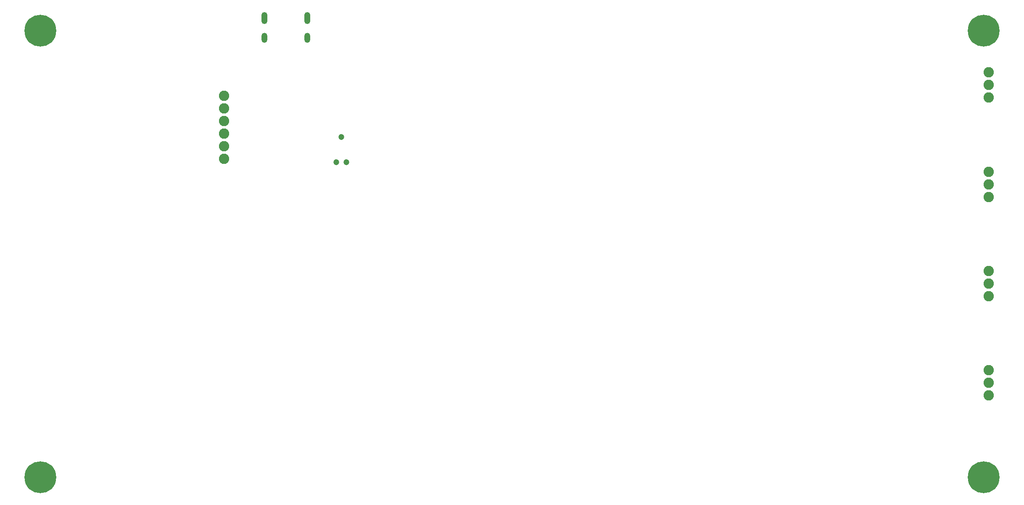
<source format=gbs>
G04*
G04 #@! TF.GenerationSoftware,Altium Limited,Altium Designer,25.8.1 (18)*
G04*
G04 Layer_Color=16711935*
%FSLAX44Y44*%
%MOMM*%
G71*
G04*
G04 #@! TF.SameCoordinates,81A76FAA-9F08-4CFF-9DB7-55C6E21C8CF3*
G04*
G04*
G04 #@! TF.FilePolarity,Negative*
G04*
G01*
G75*
%ADD40C,2.0828*%
%ADD41O,1.2032X2.4032*%
%ADD42O,1.2032X2.0032*%
%ADD43C,1.1938*%
%ADD44C,6.4032*%
D40*
X420000Y691500D02*
D03*
Y716900D02*
D03*
Y742300D02*
D03*
Y767700D02*
D03*
Y793100D02*
D03*
Y818500D02*
D03*
X1960000Y214600D02*
D03*
Y414600D02*
D03*
Y614600D02*
D03*
Y814600D02*
D03*
Y265400D02*
D03*
Y465400D02*
D03*
Y665400D02*
D03*
Y865400D02*
D03*
Y440000D02*
D03*
Y240000D02*
D03*
Y840000D02*
D03*
Y640000D02*
D03*
D41*
X588200Y975000D02*
D03*
X501800D02*
D03*
D42*
X588200Y935000D02*
D03*
X501800D02*
D03*
D43*
X646190Y684600D02*
D03*
X666510D02*
D03*
X656350Y735400D02*
D03*
D44*
X50000Y950000D02*
D03*
X1950000D02*
D03*
Y50000D02*
D03*
X50000D02*
D03*
M02*

</source>
